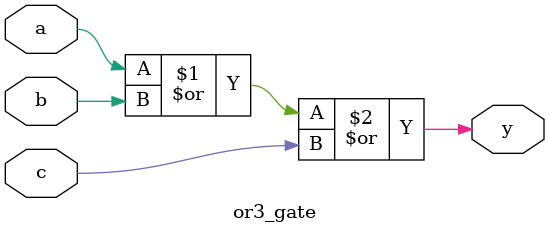
<source format=v>
module or3_gate(
    input wire a,
    input wire b,
    input wire c,
    output wire y
);

    assign y = a | b | c;

endmodule

</source>
